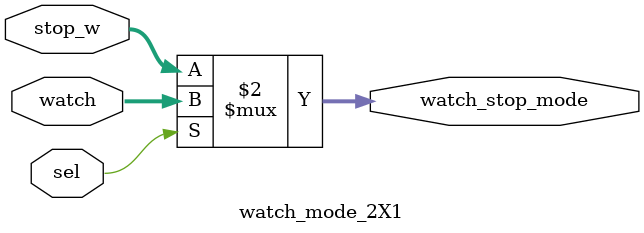
<source format=v>
module watch_mode_2X1(
    input sel,
    input [23:0] stop_w,
    input [23:0] watch,
    output [23:0] watch_stop_mode
);

    assign watch_stop_mode = (sel == 1) ? watch : stop_w;

endmodule

</source>
